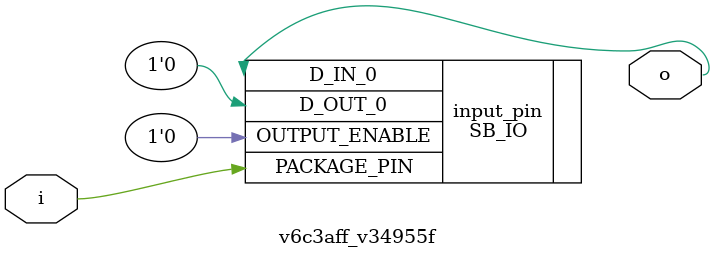
<source format=v>
module v6c3aff_v34955f #(
 parameter ON = 0
) (
 input i,
 output o
);
 // 1-Pull up
 SB_IO
   #(
     .PIN_TYPE(6'b 1010_01),
     .PULLUP(ON)
   ) input_pin (
     .PACKAGE_PIN(i),
     .D_IN_0(o),
     .OUTPUT_ENABLE(1'b0),
     .D_OUT_0(1'b0)
   );
endmodule
</source>
